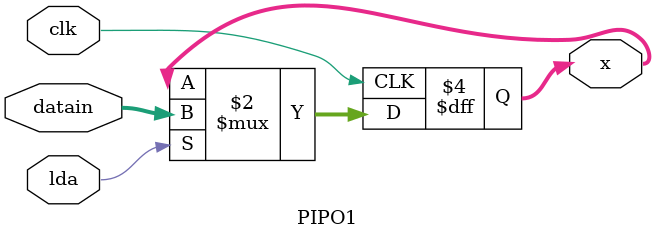
<source format=v>
module PIPO1(x, clk, lda, datain);
    input clk, lda;
    input [15:0] datain;
    output reg [15:0] x;
    always @(posedge clk)
        if(lda) x<= datain;
endmodule

</source>
